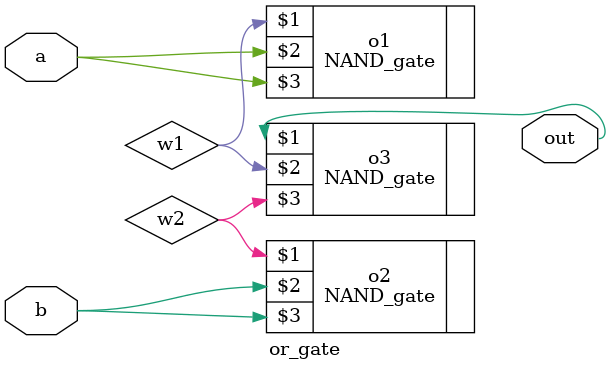
<source format=v>
`timescale 1ns / 1ps
module or_gate (out, a, b);
output out;
input a, b;
wire w1, w2;

NAND_gate o1 ( w1, a, a);
NAND_gate o2 (w2, b, b);
NAND_gate o3 (out, w1, w2);
endmodule

</source>
